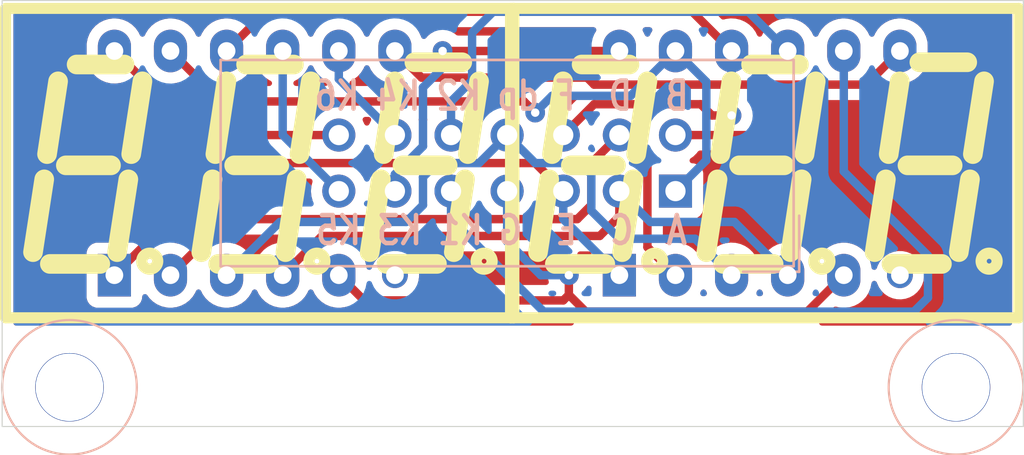
<source format=kicad_pcb>
(kicad_pcb (version 20211014) (generator pcbnew)
  (layers (0 "F.Cu" signal) (31 "B.Cu" signal) (36 "B.SilkS" user "B.Silkscreen") (37 "F.SilkS" user "F.Silkscreen") (38 "B.Mask" user) (39 "F.Mask" user) (44 "Edge.Cuts" user))
  (net 0 "")
  (net 1 "/K_SegA")
  (net 2 "/K_SegB")
  (net 3 "/K_SegC")
  (net 4 "/K_SegDP")
  (net 5 "/A0")
  (net 6 "/K_SegD")
  (net 7 "/K_SegE")
  (net 8 "/K_SegG")
  (net 9 "/K_SegF")
  (net 10 "/A1")
  (net 11 "/A2")
  (net 12 "/A3")
  (net 13 "/A4")
  (net 14 "/A5")
  (footprint "GCC_Display:Disp7s3x_036" (layer "F.Cu") (at 36.83 30.226)
    (fp_text reference "S6" hide)
    (fp_text value "LEDDSP3_CA" hide)
    (fp_line (start -1.905 0.7366) (end -2.413 4.03606) (layer "F.SilkS") (width 0.889))
    (fp_line (start -0.38862 -4.46786) (end 1.778 -4.46786) (layer "F.SilkS") (width 0.889))
    (fp_line (start -6.5024 0.1016) (end -8.5471 0.1016) (layer "F.SilkS") (width 0.889))
    (fp_line (start 2.54 -3.70586) (end 2.032 -0.4064) (layer "F.SilkS") (width 0.889))
    (fp_line (start -5.71754 0.7366) (end -6.22554 4.03606) (layer "F.SilkS") (width 0.889))
    (fp_line (start -9.525 0.7366) (end -10.033 4.03606) (layer "F.SilkS") (width 0.889))
    (fp_line (start 10.16 -3.70586) (end 9.652 -0.4064) (layer "F.SilkS") (width 0.889))
    (fp_line (start 5.969 4.56946) (end 8.25246 4.56946) (layer "F.SilkS") (width 0.889))
    (fp_line (start 11.7348 -7.0104) (end 11.7348 7.0104) (layer "F.SilkS") (width 0.5))
    (fp_line (start 9.52246 0.7366) (end 9.01446 4.03606) (layer "F.SilkS") (width 0.889))
    (fp_line (start -8.89762 -3.70586) (end -9.398 -0.4064) (layer "F.SilkS") (width 0.889))
    (fp_line (start -5.08 -3.70586) (end -5.588 -0.4064) (layer "F.SilkS") (width 0.889))
    (fp_line (start -9.271 4.56946) (end -6.98754 4.56946) (layer "F.SilkS") (width 0.889))
    (fp_line (start 7.23138 -4.56946) (end 9.398 -4.56946) (layer "F.SilkS") (width 0.889))
    (fp_line (start 5.715 0.7366) (end 5.207 4.03606) (layer "F.SilkS") (width 0.889))
    (fp_line (start -1.27762 -3.70586) (end -1.778 -0.4064) (layer "F.SilkS") (width 0.889))
    (fp_line (start 1.90246 0.7366) (end 1.39446 4.03606) (layer "F.SilkS") (width 0.889))
    (fp_line (start -11.2776 7.0104) (end -11.2776 -7.0104) (layer "F.SilkS") (width 0.5))
    (fp_line (start -11.2268 -7.0104) (end 11.7348 -7.0104) (layer "F.SilkS") (width 0.5))
    (fp_line (start -8.05942 -4.46786) (end -5.8928 -4.46786) (layer "F.SilkS") (width 0.889))
    (fp_line (start 6.34238 -3.70586) (end 5.842 -0.4064) (layer "F.SilkS") (width 0.889))
    (fp_line (start -1.651 4.56946) (end 0.63246 4.56946) (layer "F.SilkS") (width 0.889))
    (fp_line (start 1.1176 0.1016) (end -0.9271 0.1016) (layer "F.SilkS") (width 0.889))
    (fp_line (start 11.7348 7.0104) (end -11.2776 7.0104) (layer "F.SilkS") (width 0.5))
    (fp_line (start 8.7376 0.1016) (end 6.6929 0.1016) (layer "F.SilkS") (width 0.889))
    (fp_circle (center 10.3886 4.445) (end 10.6426 4.18846) (layer "F.SilkS") (width 0.508) (fill none))
    (fp_circle (center 2.8194 4.445) (end 3.0734 4.18846) (layer "F.SilkS") (width 0.508) (fill none))
    (fp_circle (center -4.7498 4.445) (end -4.4958 4.18846) (layer "F.SilkS") (width 0.508) (fill none))
    (pad "1" thru_hole rect locked (at -6.35 5.08 90) (size 1.9304 1.50114) (drill 0.8001) (layers *.Cu *.Mask) (net 7 "/K_SegE"))
    (pad "2" thru_hole oval locked (at -3.81 5.08 90) (size 1.9304 1.50114) (drill 0.8001) (layers *.Cu *.Mask) (net 6 "/K_SegD"))
    (pad "3" thru_hole oval locked (at -1.27 5.08 90) (size 1.9304 1.50114) (drill 0.8001) (layers *.Cu *.Mask) (net 4 "/K_SegDP"))
    (pad "4" thru_hole oval locked (at 1.27 5.08 90) (size 1.9304 1.50114) (drill 0.8001) (layers *.Cu *.Mask) (net 3 "/K_SegC"))
    (pad "5" thru_hole oval locked (at 3.81 5.08 90) (size 1.9304 1.50114) (drill 0.8001) (layers *.Cu *.Mask) (net 8 "/K_SegG"))
    (pad "6" thru_hole oval locked (at 6.35 5.08 90) (size 1.1684 1.1684) (drill 0.8001) (layers *.Cu *.Mask))
    (pad "7" thru_hole oval locked (at 6.35 -5.08 90) (size 1.9304 1.50114) (drill 0.8001) (layers *.Cu *.Mask) (net 2 "/K_SegB"))
    (pad "8" thru_hole oval locked (at 3.81 -5.08 90) (size 1.9304 1.50114) (drill 0.8001) (layers *.Cu *.Mask) (net 12 "/A3"))
    (pad "9" thru_hole oval locked (at 1.27 -5.08 90) (size 1.9304 1.50114) (drill 0.8001) (layers *.Cu *.Mask) (net 13 "/A4"))
    (pad "10" thru_hole oval locked (at -1.27 -5.08 90) (size 1.9304 1.50114) (drill 0.8001) (layers *.Cu *.Mask) (net 9 "/K_SegF"))
    (pad "11" thru_hole oval locked (at -3.81 -5.08 90) (size 1.9304 1.50114) (drill 0.8001) (layers *.Cu *.Mask) (net 1 "/K_SegA"))
    (pad "12" thru_hole oval locked (at -6.34746 -5.08 90) (size 1.9304 1.50114) (drill 0.8001) (layers *.Cu *.Mask) (net 14 "/A5"))
  )
  (footprint "GCC_Display:Disp7s3x_036" (layer "F.Cu") (at 59.69 30.226)
    (fp_text reference "S7" hide)
    (fp_text value "LEDDSP3_CA" hide)
    (fp_line (start -0.38862 -4.46786) (end 1.778 -4.46786) (layer "F.SilkS") (width 0.889))
    (fp_line (start -5.71754 0.7366) (end -6.22554 4.03606) (layer "F.SilkS") (width 0.889))
    (fp_line (start 1.1176 0.1016) (end -0.9271 0.1016) (layer "F.SilkS") (width 0.889))
    (fp_line (start -6.5024 0.1016) (end -8.5471 0.1016) (layer "F.SilkS") (width 0.889))
    (fp_line (start -1.27762 -3.70586) (end -1.778 -0.4064) (layer "F.SilkS") (width 0.889))
    (fp_line (start -5.08 -3.70586) (end -5.588 -0.4064) (layer "F.SilkS") (width 0.889))
    (fp_line (start -8.05942 -4.46786) (end -5.8928 -4.46786) (layer "F.SilkS") (width 0.889))
    (fp_line (start 11.7348 7.0104) (end -11.2776 7.0104) (layer "F.SilkS") (width 0.5))
    (fp_line (start -9.525 0.7366) (end -10.033 4.03606) (layer "F.SilkS") (width 0.889))
    (fp_line (start 5.715 0.7366) (end 5.207 4.03606) (layer "F.SilkS") (width 0.889))
    (fp_line (start 2.54 -3.70586) (end 2.032 -0.4064) (layer "F.SilkS") (width 0.889))
    (fp_line (start 5.969 4.56946) (end 8.25246 4.56946) (layer "F.SilkS") (width 0.889))
    (fp_line (start 11.7348 -7.0104) (end 11.7348 7.0104) (layer "F.SilkS") (width 0.5))
    (fp_line (start -11.2268 -7.0104) (end 11.7348 -7.0104) (layer "F.SilkS") (width 0.5))
    (fp_line (start 6.34238 -3.70586) (end 5.842 -0.4064) (layer "F.SilkS") (width 0.889))
    (fp_line (start 10.16 -3.70586) (end 9.652 -0.4064) (layer "F.SilkS") (width 0.889))
    (fp_line (start -1.905 0.7366) (end -2.413 4.03606) (layer "F.SilkS") (width 0.889))
    (fp_line (start -9.271 4.56946) (end -6.98754 4.56946) (layer "F.SilkS") (width 0.889))
    (fp_line (start -1.651 4.56946) (end 0.63246 4.56946) (layer "F.SilkS") (width 0.889))
    (fp_line (start 7.23138 -4.56946) (end 9.398 -4.56946) (layer "F.SilkS") (width 0.889))
    (fp_line (start 8.7376 0.1016) (end 6.6929 0.1016) (layer "F.SilkS") (width 0.889))
    (fp_line (start 1.90246 0.7366) (end 1.39446 4.03606) (layer "F.SilkS") (width 0.889))
    (fp_line (start -8.89762 -3.70586) (end -9.398 -0.4064) (layer "F.SilkS") (width 0.889))
    (fp_line (start -11.2776 7.0104) (end -11.2776 -7.0104) (layer "F.SilkS") (width 0.5))
    (fp_line (start 9.52246 0.7366) (end 9.01446 4.03606) (layer "F.SilkS") (width 0.889))
    (fp_circle (center 10.3886 4.445) (end 10.6426 4.18846) (layer "F.SilkS") (width 0.508) (fill none))
    (fp_circle (center 2.8194 4.445) (end 3.0734 4.18846) (layer "F.SilkS") (width 0.508) (fill none))
    (fp_circle (center -4.7498 4.445) (end -4.4958 4.18846) (layer "F.SilkS") (width 0.508) (fill none))
    (pad "1" thru_hole rect locked (at -6.35 5.08 90) (size 1.9304 1.50114) (drill 0.8001) (layers *.Cu *.Mask) (net 7 "/K_SegE"))
    (pad "2" thru_hole oval locked (at -3.81 5.08 90) (size 1.9304 1.50114) (drill 0.8001) (layers *.Cu *.Mask) (net 6 "/K_SegD"))
    (pad "3" thru_hole oval locked (at -1.27 5.08 90) (size 1.9304 1.50114) (drill 0.8001) (layers *.Cu *.Mask) (net 4 "/K_SegDP"))
    (pad "4" thru_hole oval locked (at 1.27 5.08 90) (size 1.9304 1.50114) (drill 0.8001) (layers *.Cu *.Mask) (net 3 "/K_SegC"))
    (pad "5" thru_hole oval locked (at 3.81 5.08 90) (size 1.9304 1.50114) (drill 0.8001) (layers *.Cu *.Mask) (net 8 "/K_SegG"))
    (pad "6" thru_hole oval locked (at 6.35 5.08 90) (size 1.1684 1.1684) (drill 0.8001) (layers *.Cu *.Mask))
    (pad "7" thru_hole oval locked (at 6.35 -5.08 90) (size 1.9304 1.50114) (drill 0.8001) (layers *.Cu *.Mask) (net 2 "/K_SegB"))
    (pad "8" thru_hole oval locked (at 3.81 -5.08 90) (size 1.9304 1.50114) (drill 0.8001) (layers *.Cu *.Mask) (net 5 "/A0"))
    (pad "9" thru_hole oval locked (at 1.27 -5.08 90) (size 1.9304 1.50114) (drill 0.8001) (layers *.Cu *.Mask) (net 10 "/A1"))
    (pad "10" thru_hole oval locked (at -1.27 -5.08 90) (size 1.9304 1.50114) (drill 0.8001) (layers *.Cu *.Mask) (net 9 "/K_SegF"))
    (pad "11" thru_hole oval locked (at -3.81 -5.08 90) (size 1.9304 1.50114) (drill 0.8001) (layers *.Cu *.Mask) (net 1 "/K_SegA"))
    (pad "12" thru_hole oval locked (at -6.34746 -5.08 90) (size 1.9304 1.50114) (drill 0.8001) (layers *.Cu *.Mask) (net 11 "/A2"))
  )
  (footprint "Connector_IDC:IDC-Header_2x07_P2.54mm_Vertical" (layer "B.Cu") (at 55.88 31.496 90)
    (fp_text reference "P9" hide)
    (fp_text value "Disp3x2" hide)
    (fp_line (start 5.945 -20.59) (end -3.405 -20.59) (layer "B.SilkS") (width 0.12))
    (fp_line (start -3.405 5.35) (end 5.945 5.35) (layer "B.SilkS") (width 0.12))
    (fp_line (start 5.945 5.35) (end 5.945 -20.59) (layer "B.SilkS") (width 0.12))
    (fp_line (start -3.405 -20.59) (end -3.405 5.35) (layer "B.SilkS") (width 0.12))
    (fp_line (start -3.655 5.6) (end -1.115 5.6) (layer "B.SilkS") (width 0.12))
    (fp_line (start -3.655 5.6) (end -3.655 3.06) (layer "B.SilkS") (width 0.12))
    (pad "1" thru_hole rect locked (at 0 0 90) (size 1.4986 1.4986) (drill 0.9144) (layers *.Cu *.Mask) (net 1 "/K_SegA"))
    (pad "2" thru_hole oval locked (at 2.54 0 90) (size 1.4986 1.4986) (drill 0.9144) (layers *.Cu *.Mask) (net 2 "/K_SegB"))
    (pad "3" thru_hole oval locked (at 0 -2.54 90) (size 1.4986 1.4986) (drill 0.9144) (layers *.Cu *.Mask) (net 3 "/K_SegC"))
    (pad "4" thru_hole oval locked (at 2.54 -2.54 90) (size 1.4986 1.4986) (drill 0.9144) (layers *.Cu *.Mask) (net 6 "/K_SegD"))
    (pad "5" thru_hole oval locked (at 0 -5.08 90) (size 1.4986 1.4986) (drill 0.9144) (layers *.Cu *.Mask) (net 7 "/K_SegE"))
    (pad "6" thru_hole oval locked (at 2.54 -5.08 90) (size 1.4986 1.4986) (drill 0.9144) (layers *.Cu *.Mask) (net 9 "/K_SegF"))
    (pad "7" thru_hole oval locked (at 0 -7.62 90) (size 1.4986 1.4986) (drill 0.9144) (layers *.Cu *.Mask) (net 8 "/K_SegG"))
    (pad "8" thru_hole oval locked (at 2.54 -7.62 90) (size 1.4986 1.4986) (drill 0.9144) (layers *.Cu *.Mask) (net 4 "/K_SegDP"))
    (pad "9" thru_hole oval locked (at 0 -10.16 90) (size 1.4986 1.4986) (drill 0.9144) (layers *.Cu *.Mask) (net 5 "/A0"))
    (pad "10" thru_hole oval locked (at 2.54 -10.16 90) (size 1.4986 1.4986) (drill 0.9144) (layers *.Cu *.Mask) (net 10 "/A1"))
    (pad "11" thru_hole oval locked (at 0 -12.7 90) (size 1.4986 1.4986) (drill 0.9144) (layers *.Cu *.Mask) (net 11 "/A2"))
    (pad "12" thru_hole oval locked (at 2.54 -12.7 90) (size 1.4986 1.4986) (drill 0.9144) (layers *.Cu *.Mask) (net 12 "/A3"))
    (pad "13" thru_hole oval locked (at 0 -15.24 90) (size 1.4986 1.4986) (drill 0.9144) (layers *.Cu *.Mask) (net 13 "/A4"))
    (pad "14" thru_hole oval locked (at 2.54 -15.24 90) (size 1.4986 1.4986) (drill 0.9144) (layers *.Cu *.Mask) (net 14 "/A5"))
  )
  (footprint "GCC_holes:Hole3mm" (layer "B.Cu") (at 28.448 40.386)
    (fp_text reference "H13" hide)
    (fp_text value "MountingHole" hide)
    (fp_circle (center 0 0) (end 0 3.048) (layer "B.SilkS") (width 0.1) (fill none))
    (pad "1" thru_hole circle locked (at 0 0) (size 3.1 3.1) (drill 3.05) (layers *.Cu *.Mask))
  )
  (footprint "GCC_holes:Hole3mm" (layer "B.Cu") (at 68.58 40.386)
    (fp_text reference "H14" hide)
    (fp_text value "MountingHole" hide)
    (fp_circle (center 0 0) (end 0 3.048) (layer "B.SilkS") (width 0.1) (fill none))
    (pad "1" thru_hole circle locked (at 0 0) (size 3.1 3.1) (drill 3.05) (layers *.Cu *.Mask))
  )
  (gr_rect (start 25.4 22.86) (end 71.628 42.164) (layer "Edge.Cuts") (width 0.05) (fill none))
  (gr_text "B  D  F dp K2 K4 K6" (at 48.006 27.178) (layer "B.SilkS") (effects (font (size 1.27 1.016) (thickness 0.2032)) (justify mirror)))
  (gr_text "A  C  E  G K1 K3 K5" (at 48.006 33.274) (layer "B.SilkS") (effects (font (size 1.27 1.016) (thickness 0.2032)) (justify mirror)))
  (segment (start 49.022 27.432) (end 49.53 27.94) (width 0.381) (layer "F.Cu") (net 1))
  (segment (start 35.306 27.432) (end 49.022 27.432) (width 0.381) (layer "F.Cu") (net 1))
  (segment (start 35.306 27.432) (end 33.02 25.146) (width 0.381) (layer "F.Cu") (net 1))
  (via (at 49.53 27.94) (size 0.889) (drill 0.381) (layers "F.Cu" "B.Cu") (net 1))
  (segment (start 57.277 30.099) (end 57.277 26.543) (width 0.381) (layer "B.Cu") (net 1))
  (segment (start 49.53 27.94) (end 50.292 27.178) (width 0.381) (layer "B.Cu") (net 1))
  (segment (start 53.848 27.178) (end 55.88 25.146) (width 0.381) (layer "B.Cu") (net 1))
  (segment (start 57.277 26.543) (end 55.88 25.146) (width 0.381) (layer "B.Cu") (net 1))
  (segment (start 50.292 27.178) (end 53.848 27.178) (width 0.381) (layer "B.Cu") (net 1))
  (segment (start 55.88 31.496) (end 57.277 30.099) (width 0.381) (layer "B.Cu") (net 1))
  (segment (start 59.69 27.178) (end 59.69 26.67) (width 0.381) (layer "F.Cu") (net 2))
  (segment (start 59.182 26.67) (end 59.69 27.178) (width 0.381) (layer "F.Cu") (net 2))
  (segment (start 44.3865 26.3525) (end 51.8795 26.3525) (width 0.381) (layer "F.Cu") (net 2))
  (segment (start 59.69 28.448) (end 59.69 27.178) (width 0.381) (layer "F.Cu") (net 2))
  (segment (start 51.8795 26.3525) (end 52.197 26.67) (width 0.381) (layer "F.Cu") (net 2))
  (segment (start 43.18 25.146) (end 44.3865 26.3525) (width 0.381) (layer "F.Cu") (net 2))
  (segment (start 55.88 28.956) (end 59.182 28.956) (width 0.381) (layer "F.Cu") (net 2))
  (segment (start 64.516 26.67) (end 66.04 25.146) (width 0.381) (layer "F.Cu") (net 2))
  (segment (start 59.69 27.178) (end 60.198 26.67) (width 0.381) (layer "F.Cu") (net 2))
  (segment (start 59.182 28.956) (end 59.69 28.448) (width 0.381) (layer "F.Cu") (net 2))
  (segment (start 52.197 26.67) (end 64.516 26.67) (width 0.381) (layer "F.Cu") (net 2))
  (segment (start 53.34 32.639) (end 52.451 33.528) (width 0.381) (layer "F.Cu") (net 3))
  (segment (start 53.34 32.639) (end 53.34 31.496) (width 0.381) (layer "F.Cu") (net 3))
  (segment (start 39.878 33.528) (end 38.1 35.306) (width 0.381) (layer "F.Cu") (net 3))
  (segment (start 52.451 33.528) (end 39.878 33.528) (width 0.381) (layer "F.Cu") (net 3))
  (segment (start 58.547 32.893) (end 60.96 35.306) (width 0.381) (layer "B.Cu") (net 3))
  (segment (start 54.737 32.893) (end 58.547 32.893) (width 0.381) (layer "B.Cu") (net 3))
  (segment (start 53.34 31.496) (end 54.737 32.893) (width 0.381) (layer "B.Cu") (net 3))
  (segment (start 56.769 33.655) (end 58.42 35.306) (width 0.381) (layer "B.Cu") (net 4))
  (segment (start 44.45 32.131) (end 43.688 32.893) (width 0.381) (layer "B.Cu") (net 4))
  (segment (start 51.562 30.226) (end 52.07 30.734) (width 0.381) (layer "B.Cu") (net 4))
  (segment (start 48.26 28.956) (end 46.99 30.226) (width 0.381) (layer "B.Cu") (net 4))
  (segment (start 53.34 33.655) (end 56.769 33.655) (width 0.381) (layer "B.Cu") (net 4))
  (segment (start 44.45 30.861) (end 44.45 32.131) (width 0.381) (layer "B.Cu") (net 4))
  (segment (start 49.53 30.226) (end 51.562 30.226) (width 0.381) (layer "B.Cu") (net 4))
  (segment (start 52.07 30.734) (end 52.07 32.385) (width 0.381) (layer "B.Cu") (net 4))
  (segment (start 45.085 30.226) (end 44.45 30.861) (width 0.381) (layer "B.Cu") (net 4))
  (segment (start 37.973 32.893) (end 35.56 35.306) (width 0.381) (layer "B.Cu") (net 4))
  (segment (start 46.99 30.226) (end 45.085 30.226) (width 0.381) (layer "B.Cu") (net 4))
  (segment (start 52.07 32.385) (end 53.34 33.655) (width 0.381) (layer "B.Cu") (net 4))
  (segment (start 48.26 28.956) (end 49.53 30.226) (width 0.381) (layer "B.Cu") (net 4))
  (segment (start 43.688 32.893) (end 37.973 32.893) (width 0.381) (layer "B.Cu") (net 4))
  (segment (start 63.5 25.146) (end 63.5 30.607) (width 0.381) (layer "B.Cu") (net 5))
  (segment (start 67.31 36.322) (end 67.31 34.417) (width 0.381) (layer "B.Cu") (net 5))
  (segment (start 45.72 32.766) (end 45.72 31.496) (width 0.381) (layer "B.Cu") (net 5))
  (segment (start 49.911 36.957) (end 45.72 32.766) (width 0.381) (layer "B.Cu") (net 5))
  (segment (start 66.675 36.957) (end 67.31 36.322) (width 0.381) (layer "B.Cu") (net 5))
  (segment (start 63.5 30.607) (end 67.31 34.417) (width 0.381) (layer "B.Cu") (net 5))
  (segment (start 49.911 36.957) (end 66.675 36.957) (width 0.381) (layer "B.Cu") (net 5))
  (segment (start 52.07 30.226) (end 53.34 28.956) (width 0.381) (layer "F.Cu") (net 6))
  (segment (start 53.34 28.956) (end 54.61 30.226) (width 0.381) (layer "F.Cu") (net 6))
  (segment (start 33.02 35.306) (end 35.56 32.766) (width 0.381) (layer "F.Cu") (net 6))
  (segment (start 35.56 32.766) (end 51.435 32.766) (width 0.381) (layer "F.Cu") (net 6))
  (segment (start 52.07 32.131) (end 52.07 30.226) (width 0.381) (layer "F.Cu") (net 6))
  (segment (start 54.61 34.036) (end 55.88 35.306) (width 0.381) (layer "F.Cu") (net 6))
  (segment (start 54.61 30.226) (end 54.61 34.036) (width 0.381) (layer "F.Cu") (net 6))
  (segment (start 51.435 32.766) (end 52.07 32.131) (width 0.381) (layer "F.Cu") (net 6))
  (segment (start 49.53 30.226) (end 35.56 30.226) (width 0.381) (layer "F.Cu") (net 7))
  (segment (start 50.8 31.496) (end 49.53 30.226) (width 0.381) (layer "F.Cu") (net 7))
  (segment (start 35.56 30.226) (end 30.48 35.306) (width 0.381) (layer "F.Cu") (net 7))
  (segment (start 50.8 31.496) (end 50.8 32.766) (width 0.381) (layer "B.Cu") (net 7))
  (segment (start 50.8 32.766) (end 53.34 35.306) (width 0.381) (layer "B.Cu") (net 7))
  (segment (start 51.054 36.195) (end 51.054 35.306) (width 0.381) (layer "F.Cu") (net 8))
  (segment (start 63.5 35.306) (end 61.849 36.957) (width 0.381) (layer "F.Cu") (net 8))
  (segment (start 51.816 36.957) (end 51.054 36.195) (width 0.381) (layer "F.Cu") (net 8))
  (segment (start 61.849 36.957) (end 51.816 36.957) (width 0.381) (layer "F.Cu") (net 8))
  (segment (start 41.783 36.449) (end 50.8 36.449) (width 0.381) (layer "F.Cu") (net 8))
  (segment (start 50.8 36.449) (end 51.054 36.195) (width 0.381) (layer "F.Cu") (net 8))
  (segment (start 40.64 35.306) (end 41.783 36.449) (width 0.381) (layer "F.Cu") (net 8))
  (via (at 51.054 35.306) (size 0.889) (drill 0.381) (layers "F.Cu" "B.Cu") (net 8))
  (segment (start 49.784 35.306) (end 51.054 35.306) (width 0.381) (layer "B.Cu") (net 8))
  (segment (start 48.26 33.782) (end 49.784 35.306) (width 0.381) (layer "B.Cu") (net 8))
  (segment (start 48.26 31.496) (end 48.26 33.782) (width 0.381) (layer "B.Cu") (net 8))
  (segment (start 35.56 25.146) (end 37.338 23.368) (width 0.381) (layer "F.Cu") (net 9))
  (segment (start 37.338 23.368) (end 56.642 23.368) (width 0.381) (layer "F.Cu") (net 9))
  (segment (start 56.642 23.368) (end 58.42 25.146) (width 0.381) (layer "F.Cu") (net 9))
  (segment (start 57.023 27.559) (end 57.531 28.067) (width 0.381) (layer "F.Cu") (net 9))
  (segment (start 50.8 28.956) (end 52.197 27.559) (width 0.381) (layer "F.Cu") (net 9))
  (segment (start 57.531 28.067) (end 58.42 28.067) (width 0.381) (layer "F.Cu") (net 9))
  (segment (start 52.197 27.559) (end 57.023 27.559) (width 0.381) (layer "F.Cu") (net 9))
  (via (at 58.42 28.067) (size 0.889) (drill 0.381) (layers "F.Cu" "B.Cu") (net 9))
  (segment (start 58.42 28.067) (end 58.42 25.146) (width 0.381) (layer "B.Cu") (net 9))
  (segment (start 45.72 28.956) (end 45.72 27.432) (width 0.381) (layer "B.Cu") (net 10))
  (segment (start 45.72 27.432) (end 46.6725 26.4795) (width 0.381) (layer "B.Cu") (net 10))
  (segment (start 59.182 23.368) (end 60.96 25.146) (width 0.381) (layer "B.Cu") (net 10))
  (segment (start 47.625 23.368) (end 59.182 23.368) (width 0.381) (layer "B.Cu") (net 10))
  (segment (start 46.6725 26.4795) (end 46.6725 24.3205) (width 0.381) (layer "B.Cu") (net 10))
  (segment (start 46.6725 24.3205) (end 47.625 23.368) (width 0.381) (layer "B.Cu") (net 10))
  (segment (start 45.339 25.146) (end 53.34254 25.146) (width 0.381) (layer "F.Cu") (net 11))
  (via (at 45.339 25.146) (size 0.889) (drill 0.381) (layers "F.Cu" "B.Cu") (net 11))
  (segment (start 44.45 26.797) (end 45.339 25.908) (width 0.381) (layer "B.Cu") (net 11))
  (segment (start 44.45 29.464) (end 44.45 26.797) (width 0.381) (layer "B.Cu") (net 11))
  (segment (start 43.18 31.496) (end 43.18 30.734) (width 0.381) (layer "B.Cu") (net 11))
  (segment (start 45.339 25.908) (end 45.339 25.146) (width 0.381) (layer "B.Cu") (net 11))
  (segment (start 43.18 30.734) (end 44.45 29.464) (width 0.381) (layer "B.Cu") (net 11))
  (segment (start 40.64 26.416) (end 40.64 25.146) (width 0.381) (layer "B.Cu") (net 12))
  (segment (start 43.18 28.956) (end 40.64 26.416) (width 0.381) (layer "B.Cu") (net 12))
  (segment (start 38.1 25.146) (end 38.1 28.95346) (width 0.381) (layer "B.Cu") (net 13))
  (segment (start 38.1 28.95346) (end 40.64 31.49346) (width 0.381) (layer "B.Cu") (net 13))
  (segment (start 34.29254 28.956) (end 30.48254 25.146) (width 0.381) (layer "F.Cu") (net 14))
  (segment (start 40.64 28.956) (end 34.29254 28.956) (width 0.381) (layer "F.Cu") (net 14))
  (zone (net 0) (net_name "") (layer "F.Cu") (connect_pads (clearance 0.508)) (min_thickness 0.254) (fill yes (thermal_gap 0.508) (thermal_bridge_width 0.508))
    (polygon (pts (xy 25.4 37.592) (xy 25.4 22.86) (xy 71.628 22.86) (xy 71.628 37.592)))
  )
  (zone (net 0) (net_name "") (layer "B.Cu") (connect_pads (clearance 0.508)) (min_thickness 0.254) (fill yes (thermal_gap 0.508) (thermal_bridge_width 0.508))
    (polygon (pts (xy 71.628 37.592) (xy 25.4 37.592) (xy 25.4 22.86) (xy 71.628 22.86)))
  )
)
</source>
